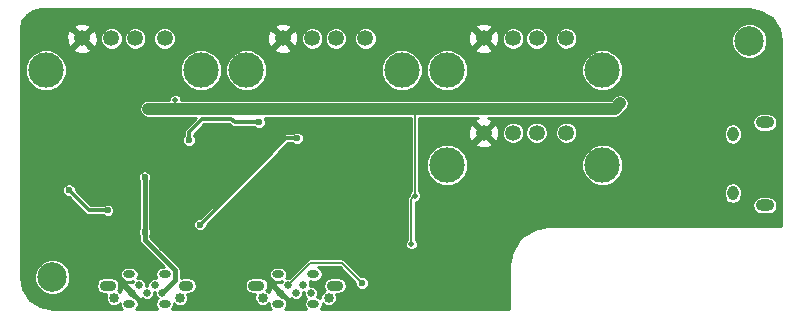
<source format=gbr>
G04 #@! TF.FileFunction,Copper,L2,Bot,Signal*
%FSLAX46Y46*%
G04 Gerber Fmt 4.6, Leading zero omitted, Abs format (unit mm)*
G04 Created by KiCad (PCBNEW (2015-07-04 BZR 5884, Git c1bbf3e)-product) date 08/02/2016 4:00:02 PM*
%MOMM*%
G01*
G04 APERTURE LIST*
%ADD10C,0.100000*%
%ADD11C,1.350000*%
%ADD12C,3.000000*%
%ADD13C,2.500000*%
%ADD14O,0.950000X1.250000*%
%ADD15O,1.550000X1.000000*%
%ADD16C,0.850000*%
%ADD17O,1.400000X0.900000*%
%ADD18O,1.200000X0.900000*%
%ADD19O,1.000000X0.700000*%
%ADD20C,0.650000*%
%ADD21C,0.600000*%
%ADD22C,0.500000*%
%ADD23C,0.890000*%
%ADD24C,0.400000*%
%ADD25C,0.200000*%
%ADD26C,1.000000*%
%ADD27C,0.250000*%
%ADD28C,0.300000*%
%ADD29C,0.254000*%
G04 APERTURE END LIST*
D10*
D11*
X105500000Y-76780000D03*
X112500000Y-76780000D03*
X110000000Y-76780000D03*
D12*
X102430000Y-79490000D03*
D11*
X108000000Y-76780000D03*
D12*
X115570000Y-79490000D03*
D11*
X122500000Y-76780000D03*
X129500000Y-76780000D03*
X127000000Y-76780000D03*
D12*
X119430000Y-79490000D03*
D11*
X125000000Y-76780000D03*
D12*
X132570000Y-79490000D03*
D11*
X139500000Y-76780000D03*
X146500000Y-76780000D03*
X144000000Y-76780000D03*
D12*
X136430000Y-79490000D03*
D11*
X142000000Y-76780000D03*
D12*
X149570000Y-79490000D03*
D11*
X139500000Y-84780000D03*
X146500000Y-84780000D03*
X144000000Y-84780000D03*
D12*
X136430000Y-87490000D03*
D11*
X142000000Y-84780000D03*
D12*
X149570000Y-87490000D03*
D13*
X103000000Y-97000000D03*
X162000000Y-77000000D03*
D14*
X160600000Y-89900000D03*
X160600000Y-84900000D03*
D15*
X163300000Y-90900000D03*
X163300000Y-83900000D03*
D16*
X113800000Y-98750000D03*
D17*
X107675000Y-97710000D03*
D18*
X114325000Y-97710000D03*
D19*
X112500000Y-96750000D03*
X112500000Y-99250000D03*
X109500000Y-96750000D03*
X109500000Y-99250000D03*
D20*
X112300000Y-98350000D03*
X111000000Y-98350000D03*
X111650000Y-97650000D03*
X110350000Y-97650000D03*
X109700000Y-98350000D03*
D16*
X108200000Y-98750000D03*
X126400000Y-98750000D03*
D17*
X120275000Y-97710000D03*
X126925000Y-97710000D03*
D19*
X125100000Y-96750000D03*
X125100000Y-99250000D03*
X122100000Y-96750000D03*
X122100000Y-99250000D03*
D20*
X124900000Y-98350000D03*
X123600000Y-98350000D03*
X124250000Y-97650000D03*
X122950000Y-97650000D03*
X122300000Y-98350000D03*
D16*
X120800000Y-98750000D03*
D21*
X110800000Y-93182924D03*
D22*
X133400000Y-94200000D03*
X133400000Y-94200000D03*
X133700000Y-90100000D03*
X133700000Y-90100000D03*
X130415897Y-82750000D03*
X113400000Y-82000000D03*
X113400000Y-82000000D03*
D23*
X145491534Y-82750000D03*
X128153041Y-82750000D03*
X111100000Y-82750000D03*
X111100000Y-82750000D03*
X151050000Y-82300000D03*
D21*
X110800000Y-88550000D03*
X110800000Y-88550000D03*
X128500000Y-92000000D03*
X130750000Y-91549990D03*
X136733584Y-92983584D03*
D22*
X137200000Y-94200000D03*
X137200000Y-94200000D03*
X129700000Y-90100000D03*
X129700000Y-90100000D03*
X130400000Y-87100000D03*
X130400000Y-87100000D03*
X117400000Y-81799990D03*
D21*
X162300000Y-86100000D03*
X158700000Y-84900000D03*
X158800000Y-86100000D03*
X123800000Y-92500000D03*
X123800000Y-92500000D03*
X122200000Y-93700000D03*
X122200000Y-93700000D03*
X140400000Y-91200000D03*
X140400000Y-91200000D03*
X141400000Y-79300000D03*
X141400000Y-79300000D03*
X104200000Y-81400000D03*
X104200000Y-81400000D03*
X106500000Y-82700000D03*
X106800000Y-87200000D03*
X106800000Y-87200000D03*
X106800000Y-86200000D03*
X113700000Y-95200000D03*
X112300000Y-94300000D03*
X127500000Y-87500000D03*
X123500000Y-79500000D03*
X114550000Y-85400000D03*
X120518000Y-83900000D03*
X123700000Y-85250000D03*
X123700000Y-85250000D03*
X115500000Y-92550000D03*
X129200000Y-97500000D03*
X129200000Y-97500000D03*
X104400000Y-89650000D03*
X104400000Y-89650000D03*
X107678496Y-91349990D03*
D24*
X111933002Y-94968998D02*
X110800000Y-93835996D01*
X110800000Y-93835996D02*
X110800000Y-93182924D01*
X111950382Y-94968998D02*
X111933002Y-94968998D01*
X113400010Y-96418626D02*
X111950382Y-94968998D01*
X113400010Y-97249990D02*
X113400010Y-96418626D01*
X112300000Y-98350000D02*
X113400010Y-97249990D01*
X110800000Y-93182924D02*
X110800000Y-88550000D01*
D25*
X133400000Y-94200000D02*
X133400000Y-90400000D01*
X133400000Y-90400000D02*
X133700000Y-90100000D01*
D26*
X145491534Y-82750000D02*
X133613789Y-82750000D01*
X133613789Y-82750000D02*
X132538511Y-82750000D01*
D25*
X133700000Y-90100000D02*
X133700000Y-82836211D01*
X133700000Y-82836211D02*
X133613789Y-82750000D01*
D26*
X132538511Y-82750000D02*
X130415897Y-82750000D01*
X130415897Y-82750000D02*
X128153041Y-82750000D01*
X128153041Y-82750000D02*
X113416679Y-82750000D01*
X113416679Y-82750000D02*
X111100000Y-82750000D01*
D25*
X113400000Y-82000000D02*
X113400000Y-82733321D01*
X113400000Y-82733321D02*
X113416679Y-82750000D01*
D26*
X150600000Y-82750000D02*
X145491534Y-82750000D01*
X151050000Y-82300000D02*
X150600000Y-82750000D01*
D27*
X130750000Y-91549990D02*
X128950010Y-91549990D01*
X128950010Y-91549990D02*
X128500000Y-92000000D01*
X137200000Y-94200000D02*
X137200000Y-93450000D01*
X137200000Y-93450000D02*
X136733584Y-92983584D01*
D24*
X158800000Y-86100000D02*
X158800000Y-85000000D01*
X158800000Y-85000000D02*
X158700000Y-84900000D01*
D25*
X123400000Y-92500000D02*
X123800000Y-92500000D01*
X122200000Y-93700000D02*
X123400000Y-92500000D01*
X106500000Y-82700000D02*
X105500000Y-82700000D01*
X105500000Y-82700000D02*
X104200000Y-81400000D01*
X106800000Y-86200000D02*
X106800000Y-87200000D01*
D28*
X115699990Y-83600010D02*
X114550000Y-84750000D01*
X114550000Y-84750000D02*
X114550000Y-85400000D01*
X118150000Y-83600010D02*
X115699990Y-83600010D01*
X118449990Y-83900000D02*
X118150000Y-83600010D01*
X120518000Y-83900000D02*
X118449990Y-83900000D01*
X115500000Y-92550000D02*
X122800000Y-85250000D01*
X122800000Y-85250000D02*
X123700000Y-85250000D01*
D25*
X129200000Y-97500000D02*
X127500000Y-95800000D01*
X127500000Y-95800000D02*
X124800000Y-95800000D01*
X124800000Y-95800000D02*
X123299999Y-97300001D01*
X123299999Y-97300001D02*
X122950000Y-97650000D01*
D28*
X107678496Y-91349990D02*
X106099990Y-91349990D01*
X106099990Y-91349990D02*
X104400000Y-89650000D01*
D29*
G36*
X163028264Y-74517548D02*
X163899985Y-75100015D01*
X164482451Y-75971735D01*
X164693000Y-77030237D01*
X164693000Y-92693000D01*
X145000000Y-92693000D01*
X144970344Y-92698899D01*
X144940108Y-92698899D01*
X143792057Y-92927260D01*
X143681390Y-92973100D01*
X142708120Y-93623419D01*
X142623419Y-93708120D01*
X141973102Y-94681387D01*
X141973100Y-94681389D01*
X141927260Y-94792057D01*
X141698899Y-95940107D01*
X141698899Y-95970344D01*
X141693000Y-96000000D01*
X141693000Y-99693000D01*
X125708816Y-99693000D01*
X125844494Y-99489943D01*
X125892222Y-99250000D01*
X125888491Y-99231243D01*
X126001830Y-99344780D01*
X126259751Y-99451878D01*
X126539024Y-99452122D01*
X126797132Y-99345474D01*
X126994780Y-99148170D01*
X127101878Y-98890249D01*
X127102122Y-98610976D01*
X127030237Y-98437000D01*
X127194141Y-98437000D01*
X127472352Y-98381660D01*
X127708208Y-98224067D01*
X127865801Y-97988211D01*
X127921141Y-97710000D01*
X127865801Y-97431789D01*
X127708208Y-97195933D01*
X127472352Y-97038340D01*
X127194141Y-96983000D01*
X126655859Y-96983000D01*
X126377648Y-97038340D01*
X126141792Y-97195933D01*
X125984199Y-97431789D01*
X125928859Y-97710000D01*
X125984199Y-97988211D01*
X126075323Y-98124588D01*
X126002868Y-98154526D01*
X125805220Y-98351830D01*
X125698122Y-98609751D01*
X125697956Y-98799547D01*
X125505165Y-98670728D01*
X125425258Y-98654833D01*
X125501895Y-98470271D01*
X125502104Y-98230780D01*
X125410648Y-98009440D01*
X125241451Y-97839947D01*
X125020271Y-97748105D01*
X124851914Y-97747958D01*
X124852104Y-97530780D01*
X124775470Y-97345311D01*
X124934778Y-97377000D01*
X125265222Y-97377000D01*
X125505165Y-97329272D01*
X125708578Y-97193356D01*
X125844494Y-96989943D01*
X125892222Y-96750000D01*
X125844494Y-96510057D01*
X125708578Y-96306644D01*
X125514552Y-96177000D01*
X127343842Y-96177000D01*
X128623038Y-97456196D01*
X128622900Y-97614269D01*
X128710558Y-97826417D01*
X128872729Y-97988871D01*
X129084724Y-98076900D01*
X129314269Y-98077100D01*
X129526417Y-97989442D01*
X129688871Y-97827271D01*
X129776900Y-97615276D01*
X129777100Y-97385731D01*
X129689442Y-97173583D01*
X129527271Y-97011129D01*
X129315276Y-96923100D01*
X129156119Y-96922961D01*
X127766579Y-95533421D01*
X127644272Y-95451697D01*
X127500000Y-95423000D01*
X124800000Y-95423000D01*
X124655728Y-95451697D01*
X124533421Y-95533421D01*
X123018782Y-97048060D01*
X122830780Y-97047896D01*
X122796233Y-97062170D01*
X122844494Y-96989943D01*
X122892222Y-96750000D01*
X122844494Y-96510057D01*
X122708578Y-96306644D01*
X122505165Y-96170728D01*
X122265222Y-96123000D01*
X121934778Y-96123000D01*
X121694835Y-96170728D01*
X121491422Y-96306644D01*
X121355506Y-96510057D01*
X121307778Y-96750000D01*
X121355506Y-96989943D01*
X121491422Y-97193356D01*
X121694835Y-97329272D01*
X121934778Y-97377000D01*
X122265222Y-97377000D01*
X122424696Y-97345278D01*
X122410691Y-97379005D01*
X122403076Y-97376634D01*
X122022738Y-97411283D01*
X121832279Y-97490173D01*
X121816930Y-97687325D01*
X122300000Y-98170395D01*
X122314143Y-98156253D01*
X122493748Y-98335858D01*
X122479605Y-98350000D01*
X122962675Y-98833070D01*
X123159827Y-98817721D01*
X123173252Y-98774606D01*
X123258549Y-98860053D01*
X123479729Y-98951895D01*
X123719220Y-98952104D01*
X123940560Y-98860648D01*
X124110053Y-98691451D01*
X124201895Y-98470271D01*
X124202086Y-98251958D01*
X124298086Y-98252042D01*
X124297896Y-98469220D01*
X124389352Y-98690560D01*
X124499707Y-98801108D01*
X124491422Y-98806644D01*
X124355506Y-99010057D01*
X124307778Y-99250000D01*
X124355506Y-99489943D01*
X124491184Y-99693000D01*
X122708816Y-99693000D01*
X122844494Y-99489943D01*
X122892222Y-99250000D01*
X122844494Y-99010057D01*
X122708578Y-98806644D01*
X122505165Y-98670728D01*
X122425221Y-98654826D01*
X122300000Y-98529605D01*
X122285858Y-98543748D01*
X122106253Y-98364143D01*
X122120395Y-98350000D01*
X121637325Y-97866930D01*
X121440173Y-97882279D01*
X121326634Y-98246924D01*
X121330342Y-98287622D01*
X121198170Y-98155220D01*
X121124617Y-98124678D01*
X121215801Y-97988211D01*
X121271141Y-97710000D01*
X121215801Y-97431789D01*
X121058208Y-97195933D01*
X120822352Y-97038340D01*
X120544141Y-96983000D01*
X120005859Y-96983000D01*
X119727648Y-97038340D01*
X119491792Y-97195933D01*
X119334199Y-97431789D01*
X119278859Y-97710000D01*
X119334199Y-97988211D01*
X119491792Y-98224067D01*
X119727648Y-98381660D01*
X120005859Y-98437000D01*
X120169854Y-98437000D01*
X120098122Y-98609751D01*
X120097878Y-98889024D01*
X120204526Y-99147132D01*
X120401830Y-99344780D01*
X120659751Y-99451878D01*
X120939024Y-99452122D01*
X121197132Y-99345474D01*
X121311496Y-99231309D01*
X121307778Y-99250000D01*
X121355506Y-99489943D01*
X121491184Y-99693000D01*
X113108816Y-99693000D01*
X113244494Y-99489943D01*
X113292222Y-99250000D01*
X113288491Y-99231243D01*
X113401830Y-99344780D01*
X113659751Y-99451878D01*
X113939024Y-99452122D01*
X114197132Y-99345474D01*
X114394780Y-99148170D01*
X114501878Y-98890249D01*
X114502122Y-98610976D01*
X114430237Y-98437000D01*
X114492181Y-98437000D01*
X114770392Y-98381660D01*
X115006248Y-98224067D01*
X115163841Y-97988211D01*
X115219181Y-97710000D01*
X115163841Y-97431789D01*
X115006248Y-97195933D01*
X114770392Y-97038340D01*
X114492181Y-96983000D01*
X114157819Y-96983000D01*
X113879608Y-97038340D01*
X113877010Y-97040076D01*
X113877010Y-96418626D01*
X113840701Y-96236086D01*
X113737300Y-96081336D01*
X112287672Y-94631708D01*
X112235294Y-94596710D01*
X111277000Y-93638416D01*
X111277000Y-93522045D01*
X111288871Y-93510195D01*
X111376900Y-93298200D01*
X111377100Y-93068655D01*
X111289442Y-92856507D01*
X111277000Y-92844043D01*
X111277000Y-88889121D01*
X111288871Y-88877271D01*
X111376900Y-88665276D01*
X111377100Y-88435731D01*
X111289442Y-88223583D01*
X111127271Y-88061129D01*
X110915276Y-87973100D01*
X110685731Y-87972900D01*
X110473583Y-88060558D01*
X110311129Y-88222729D01*
X110223100Y-88434724D01*
X110222900Y-88664269D01*
X110310558Y-88876417D01*
X110323000Y-88888881D01*
X110323000Y-92843803D01*
X110311129Y-92855653D01*
X110223100Y-93067648D01*
X110222900Y-93297193D01*
X110310558Y-93509341D01*
X110323000Y-93521805D01*
X110323000Y-93835996D01*
X110359309Y-94018536D01*
X110462710Y-94173286D01*
X111595712Y-95306288D01*
X111648090Y-95341286D01*
X112429804Y-96123000D01*
X112334778Y-96123000D01*
X112094835Y-96170728D01*
X111891422Y-96306644D01*
X111755506Y-96510057D01*
X111707778Y-96750000D01*
X111755506Y-96989943D01*
X111803622Y-97061953D01*
X111770271Y-97048105D01*
X111530780Y-97047896D01*
X111309440Y-97139352D01*
X111139947Y-97308549D01*
X111048105Y-97529729D01*
X111047914Y-97748042D01*
X110951914Y-97747958D01*
X110952104Y-97530780D01*
X110860648Y-97309440D01*
X110691451Y-97139947D01*
X110470271Y-97048105D01*
X110230780Y-97047896D01*
X110196233Y-97062170D01*
X110244494Y-96989943D01*
X110292222Y-96750000D01*
X110244494Y-96510057D01*
X110108578Y-96306644D01*
X109905165Y-96170728D01*
X109665222Y-96123000D01*
X109334778Y-96123000D01*
X109094835Y-96170728D01*
X108891422Y-96306644D01*
X108755506Y-96510057D01*
X108707778Y-96750000D01*
X108755506Y-96989943D01*
X108891422Y-97193356D01*
X109094835Y-97329272D01*
X109334778Y-97377000D01*
X109665222Y-97377000D01*
X109824696Y-97345278D01*
X109810691Y-97379005D01*
X109803076Y-97376634D01*
X109422738Y-97411283D01*
X109232279Y-97490173D01*
X109216930Y-97687325D01*
X109700000Y-98170395D01*
X109714143Y-98156253D01*
X109893748Y-98335858D01*
X109879605Y-98350000D01*
X110362675Y-98833070D01*
X110559827Y-98817721D01*
X110573252Y-98774606D01*
X110658549Y-98860053D01*
X110879729Y-98951895D01*
X111119220Y-98952104D01*
X111340560Y-98860648D01*
X111510053Y-98691451D01*
X111601895Y-98470271D01*
X111602086Y-98251958D01*
X111698086Y-98252042D01*
X111697896Y-98469220D01*
X111789352Y-98690560D01*
X111899707Y-98801108D01*
X111891422Y-98806644D01*
X111755506Y-99010057D01*
X111707778Y-99250000D01*
X111755506Y-99489943D01*
X111891184Y-99693000D01*
X110108816Y-99693000D01*
X110244494Y-99489943D01*
X110292222Y-99250000D01*
X110244494Y-99010057D01*
X110108578Y-98806644D01*
X109905165Y-98670728D01*
X109825221Y-98654826D01*
X109700000Y-98529605D01*
X109685858Y-98543748D01*
X109506253Y-98364143D01*
X109520395Y-98350000D01*
X109037325Y-97866930D01*
X108840173Y-97882279D01*
X108726634Y-98246924D01*
X108730342Y-98287622D01*
X108598170Y-98155220D01*
X108524617Y-98124678D01*
X108615801Y-97988211D01*
X108671141Y-97710000D01*
X108615801Y-97431789D01*
X108458208Y-97195933D01*
X108222352Y-97038340D01*
X107944141Y-96983000D01*
X107405859Y-96983000D01*
X107127648Y-97038340D01*
X106891792Y-97195933D01*
X106734199Y-97431789D01*
X106678859Y-97710000D01*
X106734199Y-97988211D01*
X106891792Y-98224067D01*
X107127648Y-98381660D01*
X107405859Y-98437000D01*
X107569854Y-98437000D01*
X107498122Y-98609751D01*
X107497878Y-98889024D01*
X107604526Y-99147132D01*
X107801830Y-99344780D01*
X108059751Y-99451878D01*
X108339024Y-99452122D01*
X108597132Y-99345474D01*
X108711496Y-99231309D01*
X108707778Y-99250000D01*
X108755506Y-99489943D01*
X108891184Y-99693000D01*
X103030237Y-99693000D01*
X101971735Y-99482451D01*
X101100015Y-98899985D01*
X100517548Y-98028264D01*
X100307000Y-96969763D01*
X100307000Y-95704717D01*
X102136154Y-95704717D01*
X101706227Y-96133894D01*
X101473265Y-96694928D01*
X101472735Y-97302407D01*
X101704717Y-97863846D01*
X102133894Y-98293773D01*
X102694928Y-98526735D01*
X103302407Y-98527265D01*
X103863846Y-98295283D01*
X104293773Y-97866106D01*
X104526735Y-97305072D01*
X104527265Y-96697593D01*
X104295283Y-96136154D01*
X103866106Y-95706227D01*
X103305072Y-95473265D01*
X102697593Y-95472735D01*
X102136154Y-95704717D01*
X100307000Y-95704717D01*
X100307000Y-89160558D01*
X104073583Y-89160558D01*
X103911129Y-89322729D01*
X103823100Y-89534724D01*
X103822900Y-89764269D01*
X103910558Y-89976417D01*
X104072729Y-90138871D01*
X104284724Y-90226900D01*
X104373107Y-90226977D01*
X105798055Y-91651925D01*
X105936584Y-91744487D01*
X106099990Y-91776991D01*
X106099995Y-91776990D01*
X107289462Y-91776990D01*
X107351225Y-91838861D01*
X107563220Y-91926890D01*
X107792765Y-91927090D01*
X108004913Y-91839432D01*
X108167367Y-91677261D01*
X108255396Y-91465266D01*
X108255596Y-91235721D01*
X108167938Y-91023573D01*
X108005767Y-90861119D01*
X107793772Y-90773090D01*
X107564227Y-90772890D01*
X107352079Y-90860548D01*
X107289528Y-90922990D01*
X106276860Y-90922990D01*
X104977024Y-89623154D01*
X104977100Y-89535731D01*
X104889442Y-89323583D01*
X104727271Y-89161129D01*
X104515276Y-89073100D01*
X104285731Y-89072900D01*
X104073583Y-89160558D01*
X100307000Y-89160558D01*
X100307000Y-81552970D01*
X113101868Y-81552970D01*
X112953491Y-81701088D01*
X112873091Y-81894713D01*
X112873023Y-81973000D01*
X111100000Y-81973000D01*
X110802655Y-82032146D01*
X110550578Y-82200578D01*
X110382146Y-82452655D01*
X110323000Y-82750000D01*
X110382146Y-83047345D01*
X110550578Y-83299422D01*
X110802655Y-83467854D01*
X111100000Y-83527000D01*
X115169131Y-83527000D01*
X114248065Y-84448065D01*
X114155503Y-84586594D01*
X114122999Y-84750000D01*
X114123000Y-84750005D01*
X114123000Y-85010966D01*
X114061129Y-85072729D01*
X113973100Y-85284724D01*
X113972900Y-85514269D01*
X114060558Y-85726417D01*
X114222729Y-85888871D01*
X114434724Y-85976900D01*
X114664269Y-85977100D01*
X114876417Y-85889442D01*
X115038871Y-85727271D01*
X115126900Y-85515276D01*
X115127100Y-85285731D01*
X115039442Y-85073583D01*
X114977000Y-85011032D01*
X114977000Y-84926870D01*
X115143311Y-84760558D01*
X123373583Y-84760558D01*
X123311032Y-84823000D01*
X122800005Y-84823000D01*
X122800000Y-84822999D01*
X122636594Y-84855503D01*
X122498065Y-84948065D01*
X115473154Y-91972976D01*
X115385731Y-91972900D01*
X115173583Y-92060558D01*
X115011129Y-92222729D01*
X114923100Y-92434724D01*
X114922900Y-92664269D01*
X115010558Y-92876417D01*
X115172729Y-93038871D01*
X115384724Y-93126900D01*
X115614269Y-93127100D01*
X115826417Y-93039442D01*
X115988871Y-92877271D01*
X116076900Y-92665276D01*
X116076977Y-92576893D01*
X122976870Y-85677000D01*
X123310966Y-85677000D01*
X123372729Y-85738871D01*
X123584724Y-85826900D01*
X123814269Y-85827100D01*
X124026417Y-85739442D01*
X124188871Y-85577271D01*
X124276900Y-85365276D01*
X124277100Y-85135731D01*
X124189442Y-84923583D01*
X124027271Y-84761129D01*
X123815276Y-84673100D01*
X123585731Y-84672900D01*
X123373583Y-84760558D01*
X115143311Y-84760558D01*
X115876859Y-84027010D01*
X117973130Y-84027010D01*
X118148055Y-84201935D01*
X118286584Y-84294497D01*
X118449990Y-84327001D01*
X118449995Y-84327000D01*
X120128966Y-84327000D01*
X120190729Y-84388871D01*
X120402724Y-84476900D01*
X120632269Y-84477100D01*
X120844417Y-84389442D01*
X121006871Y-84227271D01*
X121094900Y-84015276D01*
X121095100Y-83785731D01*
X121007442Y-83573583D01*
X120960940Y-83527000D01*
X133323000Y-83527000D01*
X133323000Y-89731700D01*
X133253491Y-89801088D01*
X133173091Y-89994713D01*
X133173004Y-90093838D01*
X133133421Y-90133421D01*
X133051697Y-90255728D01*
X133023000Y-90400000D01*
X133023000Y-93831700D01*
X132953491Y-93901088D01*
X132873091Y-94094713D01*
X132872908Y-94304367D01*
X132952970Y-94498132D01*
X133101088Y-94646509D01*
X133294713Y-94726909D01*
X133504367Y-94727092D01*
X133698132Y-94647030D01*
X133846509Y-94498912D01*
X133926909Y-94305287D01*
X133927092Y-94095633D01*
X133847030Y-93901868D01*
X133777000Y-93831716D01*
X133777000Y-90900000D01*
X162227390Y-90900000D01*
X162286536Y-91197345D01*
X162454968Y-91449422D01*
X162707045Y-91617854D01*
X163004390Y-91677000D01*
X163595610Y-91677000D01*
X163892955Y-91617854D01*
X164145032Y-91449422D01*
X164313464Y-91197345D01*
X164372610Y-90900000D01*
X164313464Y-90602655D01*
X164145032Y-90350578D01*
X163892955Y-90182146D01*
X163595610Y-90123000D01*
X163004390Y-90123000D01*
X161340994Y-90123000D01*
X161352000Y-90067671D01*
X161352000Y-89732329D01*
X161294757Y-89444551D01*
X161131744Y-89200585D01*
X160887778Y-89037572D01*
X160600000Y-88980329D01*
X160312222Y-89037572D01*
X160068256Y-89200585D01*
X159905243Y-89444551D01*
X159848000Y-89732329D01*
X159848000Y-90067671D01*
X159905243Y-90355449D01*
X160068256Y-90599415D01*
X160312222Y-90762428D01*
X160600000Y-90819671D01*
X160887778Y-90762428D01*
X161131744Y-90599415D01*
X161294757Y-90355449D01*
X161340994Y-90123000D01*
X163004390Y-90123000D01*
X161340994Y-90123000D01*
X161340994Y-90123000D01*
X163004390Y-90123000D01*
X162707045Y-90182146D01*
X162454968Y-90350578D01*
X162286536Y-90602655D01*
X162227390Y-90900000D01*
X133777000Y-90900000D01*
X133777000Y-90627068D01*
X133804367Y-90627092D01*
X133998132Y-90547030D01*
X134146509Y-90398912D01*
X134226909Y-90205287D01*
X134227092Y-89995633D01*
X134147030Y-89801868D01*
X134077000Y-89731716D01*
X134077000Y-85982655D01*
X135424726Y-85982655D01*
X134924412Y-86482096D01*
X134653310Y-87134982D01*
X134652693Y-87841916D01*
X134922655Y-88495274D01*
X135422096Y-88995588D01*
X136074982Y-89266690D01*
X136781916Y-89267307D01*
X137435274Y-88997345D01*
X137935588Y-88497904D01*
X138206690Y-87845018D01*
X138207307Y-87138084D01*
X137937345Y-86484726D01*
X137934720Y-86482096D01*
X148064412Y-86482096D01*
X147793310Y-87134982D01*
X147792693Y-87841916D01*
X148062655Y-88495274D01*
X148562096Y-88995588D01*
X149214982Y-89266690D01*
X149921916Y-89267307D01*
X150575274Y-88997345D01*
X151075588Y-88497904D01*
X151346690Y-87845018D01*
X151347307Y-87138084D01*
X151077345Y-86484726D01*
X150577904Y-85984412D01*
X150043308Y-85762428D01*
X160312222Y-85762428D01*
X160600000Y-85819671D01*
X160887778Y-85762428D01*
X161131744Y-85599415D01*
X161294757Y-85355449D01*
X161352000Y-85067671D01*
X161352000Y-84732329D01*
X161294757Y-84444551D01*
X161131744Y-84200585D01*
X160887778Y-84037572D01*
X160600000Y-83980329D01*
X160312222Y-84037572D01*
X147104025Y-84037572D01*
X147039969Y-83973404D01*
X146690195Y-83828165D01*
X146311466Y-83827835D01*
X145961440Y-83972463D01*
X145693404Y-84240031D01*
X145548165Y-84589805D01*
X145547835Y-84968534D01*
X145692463Y-85318560D01*
X145960031Y-85586596D01*
X146309805Y-85731835D01*
X146688534Y-85732165D01*
X147038560Y-85587537D01*
X147306596Y-85319969D01*
X147451835Y-84970195D01*
X147452165Y-84591466D01*
X147307537Y-84241440D01*
X147104025Y-84037572D01*
X160312222Y-84037572D01*
X147104025Y-84037572D01*
X147104025Y-84037572D01*
X160312222Y-84037572D01*
X160068256Y-84200585D01*
X159905243Y-84444551D01*
X159848000Y-84732329D01*
X159848000Y-85067671D01*
X159905243Y-85355449D01*
X160068256Y-85599415D01*
X160312222Y-85762428D01*
X150043308Y-85762428D01*
X149925018Y-85713310D01*
X149218084Y-85712693D01*
X148564726Y-85982655D01*
X140052452Y-85982655D01*
X140178781Y-85930328D01*
X140237542Y-85697147D01*
X140057937Y-85517542D01*
X140417147Y-85517542D01*
X140650328Y-85458781D01*
X140822522Y-84966900D01*
X140793375Y-84446566D01*
X140650328Y-84101219D01*
X140417147Y-84042458D01*
X139679605Y-84780000D01*
X139320395Y-84780000D01*
X139320395Y-84780000D01*
X138582853Y-84042458D01*
X138349672Y-84101219D01*
X138177478Y-84593100D01*
X138206625Y-85113434D01*
X138349672Y-85458781D01*
X138582853Y-85517542D01*
X139320395Y-84780000D01*
X139679605Y-84780000D01*
X139320395Y-84780000D01*
X139320395Y-84780000D01*
X139679605Y-84780000D01*
X140417147Y-85517542D01*
X140057937Y-85517542D01*
X139500000Y-84959605D01*
X138762458Y-85697147D01*
X138821219Y-85930328D01*
X139313100Y-86102522D01*
X139833434Y-86073375D01*
X140052452Y-85982655D01*
X148564726Y-85982655D01*
X140052452Y-85982655D01*
X140052452Y-85982655D01*
X148564726Y-85982655D01*
X148064412Y-86482096D01*
X137934720Y-86482096D01*
X137437904Y-85984412D01*
X136785018Y-85713310D01*
X136078084Y-85712693D01*
X135424726Y-85982655D01*
X134077000Y-85982655D01*
X134077000Y-83527000D01*
X139069092Y-83527000D01*
X138821219Y-83629672D01*
X138762458Y-83862853D01*
X139500000Y-84600395D01*
X140127932Y-83972463D01*
X141461440Y-83972463D01*
X141193404Y-84240031D01*
X141048165Y-84589805D01*
X141047835Y-84968534D01*
X141192463Y-85318560D01*
X141460031Y-85586596D01*
X141809805Y-85731835D01*
X142188534Y-85732165D01*
X142538560Y-85587537D01*
X142806596Y-85319969D01*
X142951835Y-84970195D01*
X142952165Y-84591466D01*
X142807537Y-84241440D01*
X142539969Y-83973404D01*
X142537703Y-83972463D01*
X143461440Y-83972463D01*
X143193404Y-84240031D01*
X143048165Y-84589805D01*
X143047835Y-84968534D01*
X143192463Y-85318560D01*
X143460031Y-85586596D01*
X143809805Y-85731835D01*
X144188534Y-85732165D01*
X144538560Y-85587537D01*
X144806596Y-85319969D01*
X144951835Y-84970195D01*
X144952165Y-84591466D01*
X144807537Y-84241440D01*
X144539969Y-83973404D01*
X144190195Y-83828165D01*
X143811466Y-83827835D01*
X143461440Y-83972463D01*
X142537703Y-83972463D01*
X142190195Y-83828165D01*
X141811466Y-83827835D01*
X141461440Y-83972463D01*
X140127932Y-83972463D01*
X140237542Y-83862853D01*
X140178781Y-83629672D01*
X139885493Y-83527000D01*
X150600000Y-83527000D01*
X150897345Y-83467854D01*
X151149422Y-83299422D01*
X151325844Y-83123000D01*
X163004390Y-83123000D01*
X162707045Y-83182146D01*
X162454968Y-83350578D01*
X162286536Y-83602655D01*
X162227390Y-83900000D01*
X162286536Y-84197345D01*
X162454968Y-84449422D01*
X162707045Y-84617854D01*
X163004390Y-84677000D01*
X163595610Y-84677000D01*
X163892955Y-84617854D01*
X164145032Y-84449422D01*
X164313464Y-84197345D01*
X164372610Y-83900000D01*
X164313464Y-83602655D01*
X164145032Y-83350578D01*
X163892955Y-83182146D01*
X163595610Y-83123000D01*
X163004390Y-83123000D01*
X151325844Y-83123000D01*
X151599422Y-82849422D01*
X151767854Y-82597345D01*
X151827000Y-82300000D01*
X151767854Y-82002655D01*
X151599422Y-81750578D01*
X151347345Y-81582146D01*
X151050000Y-81523000D01*
X150752655Y-81582146D01*
X150500578Y-81750578D01*
X150278156Y-81973000D01*
X113927024Y-81973000D01*
X113927092Y-81895633D01*
X113847030Y-81701868D01*
X113698912Y-81553491D01*
X113505287Y-81473091D01*
X113295633Y-81472908D01*
X113101868Y-81552970D01*
X100307000Y-81552970D01*
X100307000Y-77982655D01*
X101424726Y-77982655D01*
X100924412Y-78482096D01*
X100653310Y-79134982D01*
X100652693Y-79841916D01*
X100922655Y-80495274D01*
X101422096Y-80995588D01*
X102074982Y-81266690D01*
X102781916Y-81267307D01*
X103435274Y-80997345D01*
X103935588Y-80497904D01*
X104206690Y-79845018D01*
X104207307Y-79138084D01*
X103937345Y-78484726D01*
X103934720Y-78482096D01*
X114064412Y-78482096D01*
X113793310Y-79134982D01*
X113792693Y-79841916D01*
X114062655Y-80495274D01*
X114562096Y-80995588D01*
X115214982Y-81266690D01*
X115921916Y-81267307D01*
X116575274Y-80997345D01*
X117075588Y-80497904D01*
X117346690Y-79845018D01*
X117347307Y-79138084D01*
X117077345Y-78484726D01*
X116577904Y-77984412D01*
X116573673Y-77982655D01*
X118424726Y-77982655D01*
X117924412Y-78482096D01*
X117653310Y-79134982D01*
X117652693Y-79841916D01*
X117922655Y-80495274D01*
X118422096Y-80995588D01*
X119074982Y-81266690D01*
X119781916Y-81267307D01*
X120435274Y-80997345D01*
X120935588Y-80497904D01*
X121206690Y-79845018D01*
X121207307Y-79138084D01*
X120937345Y-78484726D01*
X120934720Y-78482096D01*
X131064412Y-78482096D01*
X130793310Y-79134982D01*
X130792693Y-79841916D01*
X131062655Y-80495274D01*
X131562096Y-80995588D01*
X132214982Y-81266690D01*
X132921916Y-81267307D01*
X133575274Y-80997345D01*
X134075588Y-80497904D01*
X134346690Y-79845018D01*
X134347307Y-79138084D01*
X134077345Y-78484726D01*
X133577904Y-77984412D01*
X133573673Y-77982655D01*
X135424726Y-77982655D01*
X134924412Y-78482096D01*
X134653310Y-79134982D01*
X134652693Y-79841916D01*
X134922655Y-80495274D01*
X135422096Y-80995588D01*
X136074982Y-81266690D01*
X136781916Y-81267307D01*
X137435274Y-80997345D01*
X137935588Y-80497904D01*
X138206690Y-79845018D01*
X138207307Y-79138084D01*
X137937345Y-78484726D01*
X137934720Y-78482096D01*
X148064412Y-78482096D01*
X137934720Y-78482096D01*
X137934720Y-78482096D01*
X148064412Y-78482096D01*
X147793310Y-79134982D01*
X147792693Y-79841916D01*
X148062655Y-80495274D01*
X148562096Y-80995588D01*
X149214982Y-81266690D01*
X149921916Y-81267307D01*
X150575274Y-80997345D01*
X151075588Y-80497904D01*
X151346690Y-79845018D01*
X151347307Y-79138084D01*
X151077345Y-78484726D01*
X150577904Y-77984412D01*
X149925018Y-77713310D01*
X149218084Y-77712693D01*
X146735659Y-77712693D01*
X147038560Y-77587537D01*
X147306596Y-77319969D01*
X147451835Y-76970195D01*
X147452165Y-76591466D01*
X147307537Y-76241440D01*
X147200179Y-76133894D01*
X160706227Y-76133894D01*
X160473265Y-76694928D01*
X160472735Y-77302407D01*
X160704717Y-77863846D01*
X161133894Y-78293773D01*
X161694928Y-78526735D01*
X162302407Y-78527265D01*
X162863846Y-78295283D01*
X163293773Y-77866106D01*
X163526735Y-77305072D01*
X163527265Y-76697593D01*
X163295283Y-76136154D01*
X162866106Y-75706227D01*
X162305072Y-75473265D01*
X161697593Y-75472735D01*
X161136154Y-75704717D01*
X140197693Y-75704717D01*
X140178781Y-75629672D01*
X139686900Y-75457478D01*
X139166566Y-75486625D01*
X138821219Y-75629672D01*
X138762458Y-75862853D01*
X139500000Y-76600395D01*
X140127932Y-75972463D01*
X141461440Y-75972463D01*
X141193404Y-76240031D01*
X141048165Y-76589805D01*
X141047835Y-76968534D01*
X141192463Y-77318560D01*
X141460031Y-77586596D01*
X141809805Y-77731835D01*
X142188534Y-77732165D01*
X142538560Y-77587537D01*
X142806596Y-77319969D01*
X142951835Y-76970195D01*
X142952165Y-76591466D01*
X142807537Y-76241440D01*
X142539969Y-75973404D01*
X142537703Y-75972463D01*
X143461440Y-75972463D01*
X142537703Y-75972463D01*
X142537703Y-75972463D01*
X143461440Y-75972463D01*
X143193404Y-76240031D01*
X143048165Y-76589805D01*
X143047835Y-76968534D01*
X143192463Y-77318560D01*
X143460031Y-77586596D01*
X143809805Y-77731835D01*
X144188534Y-77732165D01*
X144538560Y-77587537D01*
X144806596Y-77319969D01*
X144951835Y-76970195D01*
X144952165Y-76591466D01*
X144807537Y-76241440D01*
X144539969Y-75973404D01*
X144190195Y-75828165D01*
X143811466Y-75827835D01*
X143461440Y-75972463D01*
X142537703Y-75972463D01*
X142190195Y-75828165D01*
X141811466Y-75827835D01*
X141461440Y-75972463D01*
X140127932Y-75972463D01*
X140237542Y-75862853D01*
X140197693Y-75704717D01*
X161136154Y-75704717D01*
X140197693Y-75704717D01*
X140197693Y-75704717D01*
X161136154Y-75704717D01*
X160706227Y-76133894D01*
X147200179Y-76133894D01*
X147039969Y-75973404D01*
X146690195Y-75828165D01*
X146311466Y-75827835D01*
X145961440Y-75972463D01*
X145693404Y-76240031D01*
X145548165Y-76589805D01*
X145547835Y-76968534D01*
X145692463Y-77318560D01*
X145960031Y-77586596D01*
X146309805Y-77731835D01*
X146688534Y-77732165D01*
X146735659Y-77712693D01*
X149218084Y-77712693D01*
X146735659Y-77712693D01*
X146735659Y-77712693D01*
X149218084Y-77712693D01*
X148564726Y-77982655D01*
X140052452Y-77982655D01*
X140178781Y-77930328D01*
X140237542Y-77697147D01*
X140057937Y-77517542D01*
X140417147Y-77517542D01*
X140650328Y-77458781D01*
X140822522Y-76966900D01*
X140793375Y-76446566D01*
X140650328Y-76101219D01*
X140417147Y-76042458D01*
X139679605Y-76780000D01*
X139320395Y-76780000D01*
X139320395Y-76780000D01*
X138582853Y-76042458D01*
X138349672Y-76101219D01*
X138177478Y-76593100D01*
X138206625Y-77113434D01*
X138349672Y-77458781D01*
X138582853Y-77517542D01*
X139320395Y-76780000D01*
X139679605Y-76780000D01*
X139320395Y-76780000D01*
X139320395Y-76780000D01*
X139679605Y-76780000D01*
X140417147Y-77517542D01*
X140057937Y-77517542D01*
X139500000Y-76959605D01*
X138762458Y-77697147D01*
X138821219Y-77930328D01*
X139313100Y-78102522D01*
X139833434Y-78073375D01*
X140052452Y-77982655D01*
X148564726Y-77982655D01*
X140052452Y-77982655D01*
X140052452Y-77982655D01*
X148564726Y-77982655D01*
X148064412Y-78482096D01*
X137934720Y-78482096D01*
X137437904Y-77984412D01*
X136785018Y-77713310D01*
X136078084Y-77712693D01*
X135424726Y-77982655D01*
X133573673Y-77982655D01*
X132925018Y-77713310D01*
X132218084Y-77712693D01*
X131564726Y-77982655D01*
X123052452Y-77982655D01*
X123178781Y-77930328D01*
X123237542Y-77697147D01*
X123126991Y-77586596D01*
X124460031Y-77586596D01*
X124809805Y-77731835D01*
X125188534Y-77732165D01*
X125538560Y-77587537D01*
X125806596Y-77319969D01*
X125951835Y-76970195D01*
X125952165Y-76591466D01*
X125807537Y-76241440D01*
X125539969Y-75973404D01*
X125537703Y-75972463D01*
X126461440Y-75972463D01*
X126193404Y-76240031D01*
X126048165Y-76589805D01*
X126047835Y-76968534D01*
X126192463Y-77318560D01*
X126460031Y-77586596D01*
X126809805Y-77731835D01*
X127188534Y-77732165D01*
X127538560Y-77587537D01*
X127806596Y-77319969D01*
X127951835Y-76970195D01*
X127952165Y-76591466D01*
X127807537Y-76241440D01*
X127539969Y-75973404D01*
X127537703Y-75972463D01*
X128961440Y-75972463D01*
X128693404Y-76240031D01*
X128548165Y-76589805D01*
X128547835Y-76968534D01*
X128692463Y-77318560D01*
X128960031Y-77586596D01*
X129309805Y-77731835D01*
X129688534Y-77732165D01*
X130038560Y-77587537D01*
X130306596Y-77319969D01*
X130451835Y-76970195D01*
X130452165Y-76591466D01*
X130307537Y-76241440D01*
X130039969Y-75973404D01*
X129690195Y-75828165D01*
X129311466Y-75827835D01*
X128961440Y-75972463D01*
X127537703Y-75972463D01*
X127190195Y-75828165D01*
X126811466Y-75827835D01*
X126461440Y-75972463D01*
X125537703Y-75972463D01*
X125190195Y-75828165D01*
X124811466Y-75827835D01*
X124461440Y-75972463D01*
X123127932Y-75972463D01*
X123237542Y-75862853D01*
X123178781Y-75629672D01*
X122686900Y-75457478D01*
X122166566Y-75486625D01*
X121821219Y-75629672D01*
X121762458Y-75862853D01*
X122500000Y-76600395D01*
X123127932Y-75972463D01*
X124461440Y-75972463D01*
X123127932Y-75972463D01*
X123127932Y-75972463D01*
X124461440Y-75972463D01*
X124193404Y-76240031D01*
X123707826Y-76240031D01*
X123650328Y-76101219D01*
X123417147Y-76042458D01*
X122679605Y-76780000D01*
X123417147Y-77517542D01*
X123650328Y-77458781D01*
X123822522Y-76966900D01*
X123793375Y-76446566D01*
X123707826Y-76240031D01*
X124193404Y-76240031D01*
X123707826Y-76240031D01*
X123707826Y-76240031D01*
X124193404Y-76240031D01*
X124048165Y-76589805D01*
X124047835Y-76968534D01*
X124192463Y-77318560D01*
X124460031Y-77586596D01*
X123126991Y-77586596D01*
X122500000Y-76959605D01*
X121762458Y-77697147D01*
X121821219Y-77930328D01*
X122313100Y-78102522D01*
X122833434Y-78073375D01*
X123052452Y-77982655D01*
X131564726Y-77982655D01*
X123052452Y-77982655D01*
X123052452Y-77982655D01*
X131564726Y-77982655D01*
X131064412Y-78482096D01*
X120934720Y-78482096D01*
X120437904Y-77984412D01*
X119785018Y-77713310D01*
X119078084Y-77712693D01*
X118424726Y-77982655D01*
X116573673Y-77982655D01*
X115925018Y-77713310D01*
X115218084Y-77712693D01*
X114564726Y-77982655D01*
X106052452Y-77982655D01*
X106178781Y-77930328D01*
X106237542Y-77697147D01*
X106126991Y-77586596D01*
X107460031Y-77586596D01*
X107809805Y-77731835D01*
X108188534Y-77732165D01*
X108538560Y-77587537D01*
X108806596Y-77319969D01*
X108951835Y-76970195D01*
X108952165Y-76591466D01*
X108807537Y-76241440D01*
X108539969Y-75973404D01*
X108537703Y-75972463D01*
X109461440Y-75972463D01*
X109193404Y-76240031D01*
X109048165Y-76589805D01*
X109047835Y-76968534D01*
X109192463Y-77318560D01*
X109460031Y-77586596D01*
X109809805Y-77731835D01*
X110188534Y-77732165D01*
X110538560Y-77587537D01*
X110806596Y-77319969D01*
X110951835Y-76970195D01*
X110952165Y-76591466D01*
X110807537Y-76241440D01*
X110539969Y-75973404D01*
X110537703Y-75972463D01*
X111961440Y-75972463D01*
X110537703Y-75972463D01*
X110537703Y-75972463D01*
X111961440Y-75972463D01*
X111693404Y-76240031D01*
X111548165Y-76589805D01*
X111547835Y-76968534D01*
X111692463Y-77318560D01*
X111960031Y-77586596D01*
X112309805Y-77731835D01*
X112688534Y-77732165D01*
X113038560Y-77587537D01*
X113306596Y-77319969D01*
X113451835Y-76970195D01*
X113452165Y-76591466D01*
X113307537Y-76241440D01*
X113167561Y-76101219D01*
X121349672Y-76101219D01*
X121177478Y-76593100D01*
X121206625Y-77113434D01*
X121349672Y-77458781D01*
X121582853Y-77517542D01*
X122320395Y-76780000D01*
X121582853Y-76042458D01*
X121349672Y-76101219D01*
X113167561Y-76101219D01*
X113039969Y-75973404D01*
X112690195Y-75828165D01*
X112311466Y-75827835D01*
X111961440Y-75972463D01*
X110537703Y-75972463D01*
X110190195Y-75828165D01*
X109811466Y-75827835D01*
X109461440Y-75972463D01*
X108537703Y-75972463D01*
X108190195Y-75828165D01*
X107811466Y-75827835D01*
X107461440Y-75972463D01*
X106127932Y-75972463D01*
X106237542Y-75862853D01*
X106178781Y-75629672D01*
X105686900Y-75457478D01*
X105166566Y-75486625D01*
X104821219Y-75629672D01*
X104762458Y-75862853D01*
X105500000Y-76600395D01*
X106127932Y-75972463D01*
X107461440Y-75972463D01*
X106127932Y-75972463D01*
X106127932Y-75972463D01*
X107461440Y-75972463D01*
X107193404Y-76240031D01*
X106707826Y-76240031D01*
X106650328Y-76101219D01*
X106417147Y-76042458D01*
X105679605Y-76780000D01*
X106417147Y-77517542D01*
X106650328Y-77458781D01*
X106822522Y-76966900D01*
X106793375Y-76446566D01*
X106707826Y-76240031D01*
X107193404Y-76240031D01*
X106707826Y-76240031D01*
X106707826Y-76240031D01*
X107193404Y-76240031D01*
X107048165Y-76589805D01*
X107047835Y-76968534D01*
X107192463Y-77318560D01*
X107460031Y-77586596D01*
X106126991Y-77586596D01*
X105500000Y-76959605D01*
X104762458Y-77697147D01*
X104821219Y-77930328D01*
X105313100Y-78102522D01*
X105833434Y-78073375D01*
X106052452Y-77982655D01*
X114564726Y-77982655D01*
X106052452Y-77982655D01*
X106052452Y-77982655D01*
X114564726Y-77982655D01*
X114064412Y-78482096D01*
X103934720Y-78482096D01*
X103437904Y-77984412D01*
X102785018Y-77713310D01*
X102078084Y-77712693D01*
X101424726Y-77982655D01*
X100307000Y-77982655D01*
X100307000Y-76101219D01*
X104349672Y-76101219D01*
X104177478Y-76593100D01*
X104206625Y-77113434D01*
X104349672Y-77458781D01*
X104582853Y-77517542D01*
X105320395Y-76780000D01*
X104582853Y-76042458D01*
X104349672Y-76101219D01*
X100307000Y-76101219D01*
X100307000Y-76030237D01*
X100441429Y-75354418D01*
X100807121Y-74807121D01*
X101354418Y-74441429D01*
X102030236Y-74307000D01*
X161969763Y-74307000D01*
X163028264Y-74517548D01*
X163028264Y-74517548D01*
G37*
X163028264Y-74517548D02*
X163899985Y-75100015D01*
X164482451Y-75971735D01*
X164693000Y-77030237D01*
X164693000Y-92693000D01*
X145000000Y-92693000D01*
X144970344Y-92698899D01*
X144940108Y-92698899D01*
X143792057Y-92927260D01*
X143681390Y-92973100D01*
X142708120Y-93623419D01*
X142623419Y-93708120D01*
X141973102Y-94681387D01*
X141973100Y-94681389D01*
X141927260Y-94792057D01*
X141698899Y-95940107D01*
X141698899Y-95970344D01*
X141693000Y-96000000D01*
X141693000Y-99693000D01*
X125708816Y-99693000D01*
X125844494Y-99489943D01*
X125892222Y-99250000D01*
X125888491Y-99231243D01*
X126001830Y-99344780D01*
X126259751Y-99451878D01*
X126539024Y-99452122D01*
X126797132Y-99345474D01*
X126994780Y-99148170D01*
X127101878Y-98890249D01*
X127102122Y-98610976D01*
X127030237Y-98437000D01*
X127194141Y-98437000D01*
X127472352Y-98381660D01*
X127708208Y-98224067D01*
X127865801Y-97988211D01*
X127921141Y-97710000D01*
X127865801Y-97431789D01*
X127708208Y-97195933D01*
X127472352Y-97038340D01*
X127194141Y-96983000D01*
X126655859Y-96983000D01*
X126377648Y-97038340D01*
X126141792Y-97195933D01*
X125984199Y-97431789D01*
X125928859Y-97710000D01*
X125984199Y-97988211D01*
X126075323Y-98124588D01*
X126002868Y-98154526D01*
X125805220Y-98351830D01*
X125698122Y-98609751D01*
X125697956Y-98799547D01*
X125505165Y-98670728D01*
X125425258Y-98654833D01*
X125501895Y-98470271D01*
X125502104Y-98230780D01*
X125410648Y-98009440D01*
X125241451Y-97839947D01*
X125020271Y-97748105D01*
X124851914Y-97747958D01*
X124852104Y-97530780D01*
X124775470Y-97345311D01*
X124934778Y-97377000D01*
X125265222Y-97377000D01*
X125505165Y-97329272D01*
X125708578Y-97193356D01*
X125844494Y-96989943D01*
X125892222Y-96750000D01*
X125844494Y-96510057D01*
X125708578Y-96306644D01*
X125514552Y-96177000D01*
X127343842Y-96177000D01*
X128623038Y-97456196D01*
X128622900Y-97614269D01*
X128710558Y-97826417D01*
X128872729Y-97988871D01*
X129084724Y-98076900D01*
X129314269Y-98077100D01*
X129526417Y-97989442D01*
X129688871Y-97827271D01*
X129776900Y-97615276D01*
X129777100Y-97385731D01*
X129689442Y-97173583D01*
X129527271Y-97011129D01*
X129315276Y-96923100D01*
X129156119Y-96922961D01*
X127766579Y-95533421D01*
X127644272Y-95451697D01*
X127500000Y-95423000D01*
X124800000Y-95423000D01*
X124655728Y-95451697D01*
X124533421Y-95533421D01*
X123018782Y-97048060D01*
X122830780Y-97047896D01*
X122796233Y-97062170D01*
X122844494Y-96989943D01*
X122892222Y-96750000D01*
X122844494Y-96510057D01*
X122708578Y-96306644D01*
X122505165Y-96170728D01*
X122265222Y-96123000D01*
X121934778Y-96123000D01*
X121694835Y-96170728D01*
X121491422Y-96306644D01*
X121355506Y-96510057D01*
X121307778Y-96750000D01*
X121355506Y-96989943D01*
X121491422Y-97193356D01*
X121694835Y-97329272D01*
X121934778Y-97377000D01*
X122265222Y-97377000D01*
X122424696Y-97345278D01*
X122410691Y-97379005D01*
X122403076Y-97376634D01*
X122022738Y-97411283D01*
X121832279Y-97490173D01*
X121816930Y-97687325D01*
X122300000Y-98170395D01*
X122314143Y-98156253D01*
X122493748Y-98335858D01*
X122479605Y-98350000D01*
X122962675Y-98833070D01*
X123159827Y-98817721D01*
X123173252Y-98774606D01*
X123258549Y-98860053D01*
X123479729Y-98951895D01*
X123719220Y-98952104D01*
X123940560Y-98860648D01*
X124110053Y-98691451D01*
X124201895Y-98470271D01*
X124202086Y-98251958D01*
X124298086Y-98252042D01*
X124297896Y-98469220D01*
X124389352Y-98690560D01*
X124499707Y-98801108D01*
X124491422Y-98806644D01*
X124355506Y-99010057D01*
X124307778Y-99250000D01*
X124355506Y-99489943D01*
X124491184Y-99693000D01*
X122708816Y-99693000D01*
X122844494Y-99489943D01*
X122892222Y-99250000D01*
X122844494Y-99010057D01*
X122708578Y-98806644D01*
X122505165Y-98670728D01*
X122425221Y-98654826D01*
X122300000Y-98529605D01*
X122285858Y-98543748D01*
X122106253Y-98364143D01*
X122120395Y-98350000D01*
X121637325Y-97866930D01*
X121440173Y-97882279D01*
X121326634Y-98246924D01*
X121330342Y-98287622D01*
X121198170Y-98155220D01*
X121124617Y-98124678D01*
X121215801Y-97988211D01*
X121271141Y-97710000D01*
X121215801Y-97431789D01*
X121058208Y-97195933D01*
X120822352Y-97038340D01*
X120544141Y-96983000D01*
X120005859Y-96983000D01*
X119727648Y-97038340D01*
X119491792Y-97195933D01*
X119334199Y-97431789D01*
X119278859Y-97710000D01*
X119334199Y-97988211D01*
X119491792Y-98224067D01*
X119727648Y-98381660D01*
X120005859Y-98437000D01*
X120169854Y-98437000D01*
X120098122Y-98609751D01*
X120097878Y-98889024D01*
X120204526Y-99147132D01*
X120401830Y-99344780D01*
X120659751Y-99451878D01*
X120939024Y-99452122D01*
X121197132Y-99345474D01*
X121311496Y-99231309D01*
X121307778Y-99250000D01*
X121355506Y-99489943D01*
X121491184Y-99693000D01*
X113108816Y-99693000D01*
X113244494Y-99489943D01*
X113292222Y-99250000D01*
X113288491Y-99231243D01*
X113401830Y-99344780D01*
X113659751Y-99451878D01*
X113939024Y-99452122D01*
X114197132Y-99345474D01*
X114394780Y-99148170D01*
X114501878Y-98890249D01*
X114502122Y-98610976D01*
X114430237Y-98437000D01*
X114492181Y-98437000D01*
X114770392Y-98381660D01*
X115006248Y-98224067D01*
X115163841Y-97988211D01*
X115219181Y-97710000D01*
X115163841Y-97431789D01*
X115006248Y-97195933D01*
X114770392Y-97038340D01*
X114492181Y-96983000D01*
X114157819Y-96983000D01*
X113879608Y-97038340D01*
X113877010Y-97040076D01*
X113877010Y-96418626D01*
X113840701Y-96236086D01*
X113737300Y-96081336D01*
X112287672Y-94631708D01*
X112235294Y-94596710D01*
X111277000Y-93638416D01*
X111277000Y-93522045D01*
X111288871Y-93510195D01*
X111376900Y-93298200D01*
X111377100Y-93068655D01*
X111289442Y-92856507D01*
X111277000Y-92844043D01*
X111277000Y-88889121D01*
X111288871Y-88877271D01*
X111376900Y-88665276D01*
X111377100Y-88435731D01*
X111289442Y-88223583D01*
X111127271Y-88061129D01*
X110915276Y-87973100D01*
X110685731Y-87972900D01*
X110473583Y-88060558D01*
X110311129Y-88222729D01*
X110223100Y-88434724D01*
X110222900Y-88664269D01*
X110310558Y-88876417D01*
X110323000Y-88888881D01*
X110323000Y-92843803D01*
X110311129Y-92855653D01*
X110223100Y-93067648D01*
X110222900Y-93297193D01*
X110310558Y-93509341D01*
X110323000Y-93521805D01*
X110323000Y-93835996D01*
X110359309Y-94018536D01*
X110462710Y-94173286D01*
X111595712Y-95306288D01*
X111648090Y-95341286D01*
X112429804Y-96123000D01*
X112334778Y-96123000D01*
X112094835Y-96170728D01*
X111891422Y-96306644D01*
X111755506Y-96510057D01*
X111707778Y-96750000D01*
X111755506Y-96989943D01*
X111803622Y-97061953D01*
X111770271Y-97048105D01*
X111530780Y-97047896D01*
X111309440Y-97139352D01*
X111139947Y-97308549D01*
X111048105Y-97529729D01*
X111047914Y-97748042D01*
X110951914Y-97747958D01*
X110952104Y-97530780D01*
X110860648Y-97309440D01*
X110691451Y-97139947D01*
X110470271Y-97048105D01*
X110230780Y-97047896D01*
X110196233Y-97062170D01*
X110244494Y-96989943D01*
X110292222Y-96750000D01*
X110244494Y-96510057D01*
X110108578Y-96306644D01*
X109905165Y-96170728D01*
X109665222Y-96123000D01*
X109334778Y-96123000D01*
X109094835Y-96170728D01*
X108891422Y-96306644D01*
X108755506Y-96510057D01*
X108707778Y-96750000D01*
X108755506Y-96989943D01*
X108891422Y-97193356D01*
X109094835Y-97329272D01*
X109334778Y-97377000D01*
X109665222Y-97377000D01*
X109824696Y-97345278D01*
X109810691Y-97379005D01*
X109803076Y-97376634D01*
X109422738Y-97411283D01*
X109232279Y-97490173D01*
X109216930Y-97687325D01*
X109700000Y-98170395D01*
X109714143Y-98156253D01*
X109893748Y-98335858D01*
X109879605Y-98350000D01*
X110362675Y-98833070D01*
X110559827Y-98817721D01*
X110573252Y-98774606D01*
X110658549Y-98860053D01*
X110879729Y-98951895D01*
X111119220Y-98952104D01*
X111340560Y-98860648D01*
X111510053Y-98691451D01*
X111601895Y-98470271D01*
X111602086Y-98251958D01*
X111698086Y-98252042D01*
X111697896Y-98469220D01*
X111789352Y-98690560D01*
X111899707Y-98801108D01*
X111891422Y-98806644D01*
X111755506Y-99010057D01*
X111707778Y-99250000D01*
X111755506Y-99489943D01*
X111891184Y-99693000D01*
X110108816Y-99693000D01*
X110244494Y-99489943D01*
X110292222Y-99250000D01*
X110244494Y-99010057D01*
X110108578Y-98806644D01*
X109905165Y-98670728D01*
X109825221Y-98654826D01*
X109700000Y-98529605D01*
X109685858Y-98543748D01*
X109506253Y-98364143D01*
X109520395Y-98350000D01*
X109037325Y-97866930D01*
X108840173Y-97882279D01*
X108726634Y-98246924D01*
X108730342Y-98287622D01*
X108598170Y-98155220D01*
X108524617Y-98124678D01*
X108615801Y-97988211D01*
X108671141Y-97710000D01*
X108615801Y-97431789D01*
X108458208Y-97195933D01*
X108222352Y-97038340D01*
X107944141Y-96983000D01*
X107405859Y-96983000D01*
X107127648Y-97038340D01*
X106891792Y-97195933D01*
X106734199Y-97431789D01*
X106678859Y-97710000D01*
X106734199Y-97988211D01*
X106891792Y-98224067D01*
X107127648Y-98381660D01*
X107405859Y-98437000D01*
X107569854Y-98437000D01*
X107498122Y-98609751D01*
X107497878Y-98889024D01*
X107604526Y-99147132D01*
X107801830Y-99344780D01*
X108059751Y-99451878D01*
X108339024Y-99452122D01*
X108597132Y-99345474D01*
X108711496Y-99231309D01*
X108707778Y-99250000D01*
X108755506Y-99489943D01*
X108891184Y-99693000D01*
X103030237Y-99693000D01*
X101971735Y-99482451D01*
X101100015Y-98899985D01*
X100517548Y-98028264D01*
X100307000Y-96969763D01*
X100307000Y-95704717D01*
X102136154Y-95704717D01*
X101706227Y-96133894D01*
X101473265Y-96694928D01*
X101472735Y-97302407D01*
X101704717Y-97863846D01*
X102133894Y-98293773D01*
X102694928Y-98526735D01*
X103302407Y-98527265D01*
X103863846Y-98295283D01*
X104293773Y-97866106D01*
X104526735Y-97305072D01*
X104527265Y-96697593D01*
X104295283Y-96136154D01*
X103866106Y-95706227D01*
X103305072Y-95473265D01*
X102697593Y-95472735D01*
X102136154Y-95704717D01*
X100307000Y-95704717D01*
X100307000Y-89160558D01*
X104073583Y-89160558D01*
X103911129Y-89322729D01*
X103823100Y-89534724D01*
X103822900Y-89764269D01*
X103910558Y-89976417D01*
X104072729Y-90138871D01*
X104284724Y-90226900D01*
X104373107Y-90226977D01*
X105798055Y-91651925D01*
X105936584Y-91744487D01*
X106099990Y-91776991D01*
X106099995Y-91776990D01*
X107289462Y-91776990D01*
X107351225Y-91838861D01*
X107563220Y-91926890D01*
X107792765Y-91927090D01*
X108004913Y-91839432D01*
X108167367Y-91677261D01*
X108255396Y-91465266D01*
X108255596Y-91235721D01*
X108167938Y-91023573D01*
X108005767Y-90861119D01*
X107793772Y-90773090D01*
X107564227Y-90772890D01*
X107352079Y-90860548D01*
X107289528Y-90922990D01*
X106276860Y-90922990D01*
X104977024Y-89623154D01*
X104977100Y-89535731D01*
X104889442Y-89323583D01*
X104727271Y-89161129D01*
X104515276Y-89073100D01*
X104285731Y-89072900D01*
X104073583Y-89160558D01*
X100307000Y-89160558D01*
X100307000Y-81552970D01*
X113101868Y-81552970D01*
X112953491Y-81701088D01*
X112873091Y-81894713D01*
X112873023Y-81973000D01*
X111100000Y-81973000D01*
X110802655Y-82032146D01*
X110550578Y-82200578D01*
X110382146Y-82452655D01*
X110323000Y-82750000D01*
X110382146Y-83047345D01*
X110550578Y-83299422D01*
X110802655Y-83467854D01*
X111100000Y-83527000D01*
X115169131Y-83527000D01*
X114248065Y-84448065D01*
X114155503Y-84586594D01*
X114122999Y-84750000D01*
X114123000Y-84750005D01*
X114123000Y-85010966D01*
X114061129Y-85072729D01*
X113973100Y-85284724D01*
X113972900Y-85514269D01*
X114060558Y-85726417D01*
X114222729Y-85888871D01*
X114434724Y-85976900D01*
X114664269Y-85977100D01*
X114876417Y-85889442D01*
X115038871Y-85727271D01*
X115126900Y-85515276D01*
X115127100Y-85285731D01*
X115039442Y-85073583D01*
X114977000Y-85011032D01*
X114977000Y-84926870D01*
X115143311Y-84760558D01*
X123373583Y-84760558D01*
X123311032Y-84823000D01*
X122800005Y-84823000D01*
X122800000Y-84822999D01*
X122636594Y-84855503D01*
X122498065Y-84948065D01*
X115473154Y-91972976D01*
X115385731Y-91972900D01*
X115173583Y-92060558D01*
X115011129Y-92222729D01*
X114923100Y-92434724D01*
X114922900Y-92664269D01*
X115010558Y-92876417D01*
X115172729Y-93038871D01*
X115384724Y-93126900D01*
X115614269Y-93127100D01*
X115826417Y-93039442D01*
X115988871Y-92877271D01*
X116076900Y-92665276D01*
X116076977Y-92576893D01*
X122976870Y-85677000D01*
X123310966Y-85677000D01*
X123372729Y-85738871D01*
X123584724Y-85826900D01*
X123814269Y-85827100D01*
X124026417Y-85739442D01*
X124188871Y-85577271D01*
X124276900Y-85365276D01*
X124277100Y-85135731D01*
X124189442Y-84923583D01*
X124027271Y-84761129D01*
X123815276Y-84673100D01*
X123585731Y-84672900D01*
X123373583Y-84760558D01*
X115143311Y-84760558D01*
X115876859Y-84027010D01*
X117973130Y-84027010D01*
X118148055Y-84201935D01*
X118286584Y-84294497D01*
X118449990Y-84327001D01*
X118449995Y-84327000D01*
X120128966Y-84327000D01*
X120190729Y-84388871D01*
X120402724Y-84476900D01*
X120632269Y-84477100D01*
X120844417Y-84389442D01*
X121006871Y-84227271D01*
X121094900Y-84015276D01*
X121095100Y-83785731D01*
X121007442Y-83573583D01*
X120960940Y-83527000D01*
X133323000Y-83527000D01*
X133323000Y-89731700D01*
X133253491Y-89801088D01*
X133173091Y-89994713D01*
X133173004Y-90093838D01*
X133133421Y-90133421D01*
X133051697Y-90255728D01*
X133023000Y-90400000D01*
X133023000Y-93831700D01*
X132953491Y-93901088D01*
X132873091Y-94094713D01*
X132872908Y-94304367D01*
X132952970Y-94498132D01*
X133101088Y-94646509D01*
X133294713Y-94726909D01*
X133504367Y-94727092D01*
X133698132Y-94647030D01*
X133846509Y-94498912D01*
X133926909Y-94305287D01*
X133927092Y-94095633D01*
X133847030Y-93901868D01*
X133777000Y-93831716D01*
X133777000Y-90900000D01*
X162227390Y-90900000D01*
X162286536Y-91197345D01*
X162454968Y-91449422D01*
X162707045Y-91617854D01*
X163004390Y-91677000D01*
X163595610Y-91677000D01*
X163892955Y-91617854D01*
X164145032Y-91449422D01*
X164313464Y-91197345D01*
X164372610Y-90900000D01*
X164313464Y-90602655D01*
X164145032Y-90350578D01*
X163892955Y-90182146D01*
X163595610Y-90123000D01*
X163004390Y-90123000D01*
X161340994Y-90123000D01*
X161352000Y-90067671D01*
X161352000Y-89732329D01*
X161294757Y-89444551D01*
X161131744Y-89200585D01*
X160887778Y-89037572D01*
X160600000Y-88980329D01*
X160312222Y-89037572D01*
X160068256Y-89200585D01*
X159905243Y-89444551D01*
X159848000Y-89732329D01*
X159848000Y-90067671D01*
X159905243Y-90355449D01*
X160068256Y-90599415D01*
X160312222Y-90762428D01*
X160600000Y-90819671D01*
X160887778Y-90762428D01*
X161131744Y-90599415D01*
X161294757Y-90355449D01*
X161340994Y-90123000D01*
X163004390Y-90123000D01*
X161340994Y-90123000D01*
X161340994Y-90123000D01*
X163004390Y-90123000D01*
X162707045Y-90182146D01*
X162454968Y-90350578D01*
X162286536Y-90602655D01*
X162227390Y-90900000D01*
X133777000Y-90900000D01*
X133777000Y-90627068D01*
X133804367Y-90627092D01*
X133998132Y-90547030D01*
X134146509Y-90398912D01*
X134226909Y-90205287D01*
X134227092Y-89995633D01*
X134147030Y-89801868D01*
X134077000Y-89731716D01*
X134077000Y-85982655D01*
X135424726Y-85982655D01*
X134924412Y-86482096D01*
X134653310Y-87134982D01*
X134652693Y-87841916D01*
X134922655Y-88495274D01*
X135422096Y-88995588D01*
X136074982Y-89266690D01*
X136781916Y-89267307D01*
X137435274Y-88997345D01*
X137935588Y-88497904D01*
X138206690Y-87845018D01*
X138207307Y-87138084D01*
X137937345Y-86484726D01*
X137934720Y-86482096D01*
X148064412Y-86482096D01*
X147793310Y-87134982D01*
X147792693Y-87841916D01*
X148062655Y-88495274D01*
X148562096Y-88995588D01*
X149214982Y-89266690D01*
X149921916Y-89267307D01*
X150575274Y-88997345D01*
X151075588Y-88497904D01*
X151346690Y-87845018D01*
X151347307Y-87138084D01*
X151077345Y-86484726D01*
X150577904Y-85984412D01*
X150043308Y-85762428D01*
X160312222Y-85762428D01*
X160600000Y-85819671D01*
X160887778Y-85762428D01*
X161131744Y-85599415D01*
X161294757Y-85355449D01*
X161352000Y-85067671D01*
X161352000Y-84732329D01*
X161294757Y-84444551D01*
X161131744Y-84200585D01*
X160887778Y-84037572D01*
X160600000Y-83980329D01*
X160312222Y-84037572D01*
X147104025Y-84037572D01*
X147039969Y-83973404D01*
X146690195Y-83828165D01*
X146311466Y-83827835D01*
X145961440Y-83972463D01*
X145693404Y-84240031D01*
X145548165Y-84589805D01*
X145547835Y-84968534D01*
X145692463Y-85318560D01*
X145960031Y-85586596D01*
X146309805Y-85731835D01*
X146688534Y-85732165D01*
X147038560Y-85587537D01*
X147306596Y-85319969D01*
X147451835Y-84970195D01*
X147452165Y-84591466D01*
X147307537Y-84241440D01*
X147104025Y-84037572D01*
X160312222Y-84037572D01*
X147104025Y-84037572D01*
X147104025Y-84037572D01*
X160312222Y-84037572D01*
X160068256Y-84200585D01*
X159905243Y-84444551D01*
X159848000Y-84732329D01*
X159848000Y-85067671D01*
X159905243Y-85355449D01*
X160068256Y-85599415D01*
X160312222Y-85762428D01*
X150043308Y-85762428D01*
X149925018Y-85713310D01*
X149218084Y-85712693D01*
X148564726Y-85982655D01*
X140052452Y-85982655D01*
X140178781Y-85930328D01*
X140237542Y-85697147D01*
X140057937Y-85517542D01*
X140417147Y-85517542D01*
X140650328Y-85458781D01*
X140822522Y-84966900D01*
X140793375Y-84446566D01*
X140650328Y-84101219D01*
X140417147Y-84042458D01*
X139679605Y-84780000D01*
X139320395Y-84780000D01*
X139320395Y-84780000D01*
X138582853Y-84042458D01*
X138349672Y-84101219D01*
X138177478Y-84593100D01*
X138206625Y-85113434D01*
X138349672Y-85458781D01*
X138582853Y-85517542D01*
X139320395Y-84780000D01*
X139679605Y-84780000D01*
X139320395Y-84780000D01*
X139320395Y-84780000D01*
X139679605Y-84780000D01*
X140417147Y-85517542D01*
X140057937Y-85517542D01*
X139500000Y-84959605D01*
X138762458Y-85697147D01*
X138821219Y-85930328D01*
X139313100Y-86102522D01*
X139833434Y-86073375D01*
X140052452Y-85982655D01*
X148564726Y-85982655D01*
X140052452Y-85982655D01*
X140052452Y-85982655D01*
X148564726Y-85982655D01*
X148064412Y-86482096D01*
X137934720Y-86482096D01*
X137437904Y-85984412D01*
X136785018Y-85713310D01*
X136078084Y-85712693D01*
X135424726Y-85982655D01*
X134077000Y-85982655D01*
X134077000Y-83527000D01*
X139069092Y-83527000D01*
X138821219Y-83629672D01*
X138762458Y-83862853D01*
X139500000Y-84600395D01*
X140127932Y-83972463D01*
X141461440Y-83972463D01*
X141193404Y-84240031D01*
X141048165Y-84589805D01*
X141047835Y-84968534D01*
X141192463Y-85318560D01*
X141460031Y-85586596D01*
X141809805Y-85731835D01*
X142188534Y-85732165D01*
X142538560Y-85587537D01*
X142806596Y-85319969D01*
X142951835Y-84970195D01*
X142952165Y-84591466D01*
X142807537Y-84241440D01*
X142539969Y-83973404D01*
X142537703Y-83972463D01*
X143461440Y-83972463D01*
X143193404Y-84240031D01*
X143048165Y-84589805D01*
X143047835Y-84968534D01*
X143192463Y-85318560D01*
X143460031Y-85586596D01*
X143809805Y-85731835D01*
X144188534Y-85732165D01*
X144538560Y-85587537D01*
X144806596Y-85319969D01*
X144951835Y-84970195D01*
X144952165Y-84591466D01*
X144807537Y-84241440D01*
X144539969Y-83973404D01*
X144190195Y-83828165D01*
X143811466Y-83827835D01*
X143461440Y-83972463D01*
X142537703Y-83972463D01*
X142190195Y-83828165D01*
X141811466Y-83827835D01*
X141461440Y-83972463D01*
X140127932Y-83972463D01*
X140237542Y-83862853D01*
X140178781Y-83629672D01*
X139885493Y-83527000D01*
X150600000Y-83527000D01*
X150897345Y-83467854D01*
X151149422Y-83299422D01*
X151325844Y-83123000D01*
X163004390Y-83123000D01*
X162707045Y-83182146D01*
X162454968Y-83350578D01*
X162286536Y-83602655D01*
X162227390Y-83900000D01*
X162286536Y-84197345D01*
X162454968Y-84449422D01*
X162707045Y-84617854D01*
X163004390Y-84677000D01*
X163595610Y-84677000D01*
X163892955Y-84617854D01*
X164145032Y-84449422D01*
X164313464Y-84197345D01*
X164372610Y-83900000D01*
X164313464Y-83602655D01*
X164145032Y-83350578D01*
X163892955Y-83182146D01*
X163595610Y-83123000D01*
X163004390Y-83123000D01*
X151325844Y-83123000D01*
X151599422Y-82849422D01*
X151767854Y-82597345D01*
X151827000Y-82300000D01*
X151767854Y-82002655D01*
X151599422Y-81750578D01*
X151347345Y-81582146D01*
X151050000Y-81523000D01*
X150752655Y-81582146D01*
X150500578Y-81750578D01*
X150278156Y-81973000D01*
X113927024Y-81973000D01*
X113927092Y-81895633D01*
X113847030Y-81701868D01*
X113698912Y-81553491D01*
X113505287Y-81473091D01*
X113295633Y-81472908D01*
X113101868Y-81552970D01*
X100307000Y-81552970D01*
X100307000Y-77982655D01*
X101424726Y-77982655D01*
X100924412Y-78482096D01*
X100653310Y-79134982D01*
X100652693Y-79841916D01*
X100922655Y-80495274D01*
X101422096Y-80995588D01*
X102074982Y-81266690D01*
X102781916Y-81267307D01*
X103435274Y-80997345D01*
X103935588Y-80497904D01*
X104206690Y-79845018D01*
X104207307Y-79138084D01*
X103937345Y-78484726D01*
X103934720Y-78482096D01*
X114064412Y-78482096D01*
X113793310Y-79134982D01*
X113792693Y-79841916D01*
X114062655Y-80495274D01*
X114562096Y-80995588D01*
X115214982Y-81266690D01*
X115921916Y-81267307D01*
X116575274Y-80997345D01*
X117075588Y-80497904D01*
X117346690Y-79845018D01*
X117347307Y-79138084D01*
X117077345Y-78484726D01*
X116577904Y-77984412D01*
X116573673Y-77982655D01*
X118424726Y-77982655D01*
X117924412Y-78482096D01*
X117653310Y-79134982D01*
X117652693Y-79841916D01*
X117922655Y-80495274D01*
X118422096Y-80995588D01*
X119074982Y-81266690D01*
X119781916Y-81267307D01*
X120435274Y-80997345D01*
X120935588Y-80497904D01*
X121206690Y-79845018D01*
X121207307Y-79138084D01*
X120937345Y-78484726D01*
X120934720Y-78482096D01*
X131064412Y-78482096D01*
X130793310Y-79134982D01*
X130792693Y-79841916D01*
X131062655Y-80495274D01*
X131562096Y-80995588D01*
X132214982Y-81266690D01*
X132921916Y-81267307D01*
X133575274Y-80997345D01*
X134075588Y-80497904D01*
X134346690Y-79845018D01*
X134347307Y-79138084D01*
X134077345Y-78484726D01*
X133577904Y-77984412D01*
X133573673Y-77982655D01*
X135424726Y-77982655D01*
X134924412Y-78482096D01*
X134653310Y-79134982D01*
X134652693Y-79841916D01*
X134922655Y-80495274D01*
X135422096Y-80995588D01*
X136074982Y-81266690D01*
X136781916Y-81267307D01*
X137435274Y-80997345D01*
X137935588Y-80497904D01*
X138206690Y-79845018D01*
X138207307Y-79138084D01*
X137937345Y-78484726D01*
X137934720Y-78482096D01*
X148064412Y-78482096D01*
X137934720Y-78482096D01*
X137934720Y-78482096D01*
X148064412Y-78482096D01*
X147793310Y-79134982D01*
X147792693Y-79841916D01*
X148062655Y-80495274D01*
X148562096Y-80995588D01*
X149214982Y-81266690D01*
X149921916Y-81267307D01*
X150575274Y-80997345D01*
X151075588Y-80497904D01*
X151346690Y-79845018D01*
X151347307Y-79138084D01*
X151077345Y-78484726D01*
X150577904Y-77984412D01*
X149925018Y-77713310D01*
X149218084Y-77712693D01*
X146735659Y-77712693D01*
X147038560Y-77587537D01*
X147306596Y-77319969D01*
X147451835Y-76970195D01*
X147452165Y-76591466D01*
X147307537Y-76241440D01*
X147200179Y-76133894D01*
X160706227Y-76133894D01*
X160473265Y-76694928D01*
X160472735Y-77302407D01*
X160704717Y-77863846D01*
X161133894Y-78293773D01*
X161694928Y-78526735D01*
X162302407Y-78527265D01*
X162863846Y-78295283D01*
X163293773Y-77866106D01*
X163526735Y-77305072D01*
X163527265Y-76697593D01*
X163295283Y-76136154D01*
X162866106Y-75706227D01*
X162305072Y-75473265D01*
X161697593Y-75472735D01*
X161136154Y-75704717D01*
X140197693Y-75704717D01*
X140178781Y-75629672D01*
X139686900Y-75457478D01*
X139166566Y-75486625D01*
X138821219Y-75629672D01*
X138762458Y-75862853D01*
X139500000Y-76600395D01*
X140127932Y-75972463D01*
X141461440Y-75972463D01*
X141193404Y-76240031D01*
X141048165Y-76589805D01*
X141047835Y-76968534D01*
X141192463Y-77318560D01*
X141460031Y-77586596D01*
X141809805Y-77731835D01*
X142188534Y-77732165D01*
X142538560Y-77587537D01*
X142806596Y-77319969D01*
X142951835Y-76970195D01*
X142952165Y-76591466D01*
X142807537Y-76241440D01*
X142539969Y-75973404D01*
X142537703Y-75972463D01*
X143461440Y-75972463D01*
X142537703Y-75972463D01*
X142537703Y-75972463D01*
X143461440Y-75972463D01*
X143193404Y-76240031D01*
X143048165Y-76589805D01*
X143047835Y-76968534D01*
X143192463Y-77318560D01*
X143460031Y-77586596D01*
X143809805Y-77731835D01*
X144188534Y-77732165D01*
X144538560Y-77587537D01*
X144806596Y-77319969D01*
X144951835Y-76970195D01*
X144952165Y-76591466D01*
X144807537Y-76241440D01*
X144539969Y-75973404D01*
X144190195Y-75828165D01*
X143811466Y-75827835D01*
X143461440Y-75972463D01*
X142537703Y-75972463D01*
X142190195Y-75828165D01*
X141811466Y-75827835D01*
X141461440Y-75972463D01*
X140127932Y-75972463D01*
X140237542Y-75862853D01*
X140197693Y-75704717D01*
X161136154Y-75704717D01*
X140197693Y-75704717D01*
X140197693Y-75704717D01*
X161136154Y-75704717D01*
X160706227Y-76133894D01*
X147200179Y-76133894D01*
X147039969Y-75973404D01*
X146690195Y-75828165D01*
X146311466Y-75827835D01*
X145961440Y-75972463D01*
X145693404Y-76240031D01*
X145548165Y-76589805D01*
X145547835Y-76968534D01*
X145692463Y-77318560D01*
X145960031Y-77586596D01*
X146309805Y-77731835D01*
X146688534Y-77732165D01*
X146735659Y-77712693D01*
X149218084Y-77712693D01*
X146735659Y-77712693D01*
X146735659Y-77712693D01*
X149218084Y-77712693D01*
X148564726Y-77982655D01*
X140052452Y-77982655D01*
X140178781Y-77930328D01*
X140237542Y-77697147D01*
X140057937Y-77517542D01*
X140417147Y-77517542D01*
X140650328Y-77458781D01*
X140822522Y-76966900D01*
X140793375Y-76446566D01*
X140650328Y-76101219D01*
X140417147Y-76042458D01*
X139679605Y-76780000D01*
X139320395Y-76780000D01*
X139320395Y-76780000D01*
X138582853Y-76042458D01*
X138349672Y-76101219D01*
X138177478Y-76593100D01*
X138206625Y-77113434D01*
X138349672Y-77458781D01*
X138582853Y-77517542D01*
X139320395Y-76780000D01*
X139679605Y-76780000D01*
X139320395Y-76780000D01*
X139320395Y-76780000D01*
X139679605Y-76780000D01*
X140417147Y-77517542D01*
X140057937Y-77517542D01*
X139500000Y-76959605D01*
X138762458Y-77697147D01*
X138821219Y-77930328D01*
X139313100Y-78102522D01*
X139833434Y-78073375D01*
X140052452Y-77982655D01*
X148564726Y-77982655D01*
X140052452Y-77982655D01*
X140052452Y-77982655D01*
X148564726Y-77982655D01*
X148064412Y-78482096D01*
X137934720Y-78482096D01*
X137437904Y-77984412D01*
X136785018Y-77713310D01*
X136078084Y-77712693D01*
X135424726Y-77982655D01*
X133573673Y-77982655D01*
X132925018Y-77713310D01*
X132218084Y-77712693D01*
X131564726Y-77982655D01*
X123052452Y-77982655D01*
X123178781Y-77930328D01*
X123237542Y-77697147D01*
X123126991Y-77586596D01*
X124460031Y-77586596D01*
X124809805Y-77731835D01*
X125188534Y-77732165D01*
X125538560Y-77587537D01*
X125806596Y-77319969D01*
X125951835Y-76970195D01*
X125952165Y-76591466D01*
X125807537Y-76241440D01*
X125539969Y-75973404D01*
X125537703Y-75972463D01*
X126461440Y-75972463D01*
X126193404Y-76240031D01*
X126048165Y-76589805D01*
X126047835Y-76968534D01*
X126192463Y-77318560D01*
X126460031Y-77586596D01*
X126809805Y-77731835D01*
X127188534Y-77732165D01*
X127538560Y-77587537D01*
X127806596Y-77319969D01*
X127951835Y-76970195D01*
X127952165Y-76591466D01*
X127807537Y-76241440D01*
X127539969Y-75973404D01*
X127537703Y-75972463D01*
X128961440Y-75972463D01*
X128693404Y-76240031D01*
X128548165Y-76589805D01*
X128547835Y-76968534D01*
X128692463Y-77318560D01*
X128960031Y-77586596D01*
X129309805Y-77731835D01*
X129688534Y-77732165D01*
X130038560Y-77587537D01*
X130306596Y-77319969D01*
X130451835Y-76970195D01*
X130452165Y-76591466D01*
X130307537Y-76241440D01*
X130039969Y-75973404D01*
X129690195Y-75828165D01*
X129311466Y-75827835D01*
X128961440Y-75972463D01*
X127537703Y-75972463D01*
X127190195Y-75828165D01*
X126811466Y-75827835D01*
X126461440Y-75972463D01*
X125537703Y-75972463D01*
X125190195Y-75828165D01*
X124811466Y-75827835D01*
X124461440Y-75972463D01*
X123127932Y-75972463D01*
X123237542Y-75862853D01*
X123178781Y-75629672D01*
X122686900Y-75457478D01*
X122166566Y-75486625D01*
X121821219Y-75629672D01*
X121762458Y-75862853D01*
X122500000Y-76600395D01*
X123127932Y-75972463D01*
X124461440Y-75972463D01*
X123127932Y-75972463D01*
X123127932Y-75972463D01*
X124461440Y-75972463D01*
X124193404Y-76240031D01*
X123707826Y-76240031D01*
X123650328Y-76101219D01*
X123417147Y-76042458D01*
X122679605Y-76780000D01*
X123417147Y-77517542D01*
X123650328Y-77458781D01*
X123822522Y-76966900D01*
X123793375Y-76446566D01*
X123707826Y-76240031D01*
X124193404Y-76240031D01*
X123707826Y-76240031D01*
X123707826Y-76240031D01*
X124193404Y-76240031D01*
X124048165Y-76589805D01*
X124047835Y-76968534D01*
X124192463Y-77318560D01*
X124460031Y-77586596D01*
X123126991Y-77586596D01*
X122500000Y-76959605D01*
X121762458Y-77697147D01*
X121821219Y-77930328D01*
X122313100Y-78102522D01*
X122833434Y-78073375D01*
X123052452Y-77982655D01*
X131564726Y-77982655D01*
X123052452Y-77982655D01*
X123052452Y-77982655D01*
X131564726Y-77982655D01*
X131064412Y-78482096D01*
X120934720Y-78482096D01*
X120437904Y-77984412D01*
X119785018Y-77713310D01*
X119078084Y-77712693D01*
X118424726Y-77982655D01*
X116573673Y-77982655D01*
X115925018Y-77713310D01*
X115218084Y-77712693D01*
X114564726Y-77982655D01*
X106052452Y-77982655D01*
X106178781Y-77930328D01*
X106237542Y-77697147D01*
X106126991Y-77586596D01*
X107460031Y-77586596D01*
X107809805Y-77731835D01*
X108188534Y-77732165D01*
X108538560Y-77587537D01*
X108806596Y-77319969D01*
X108951835Y-76970195D01*
X108952165Y-76591466D01*
X108807537Y-76241440D01*
X108539969Y-75973404D01*
X108537703Y-75972463D01*
X109461440Y-75972463D01*
X109193404Y-76240031D01*
X109048165Y-76589805D01*
X109047835Y-76968534D01*
X109192463Y-77318560D01*
X109460031Y-77586596D01*
X109809805Y-77731835D01*
X110188534Y-77732165D01*
X110538560Y-77587537D01*
X110806596Y-77319969D01*
X110951835Y-76970195D01*
X110952165Y-76591466D01*
X110807537Y-76241440D01*
X110539969Y-75973404D01*
X110537703Y-75972463D01*
X111961440Y-75972463D01*
X110537703Y-75972463D01*
X110537703Y-75972463D01*
X111961440Y-75972463D01*
X111693404Y-76240031D01*
X111548165Y-76589805D01*
X111547835Y-76968534D01*
X111692463Y-77318560D01*
X111960031Y-77586596D01*
X112309805Y-77731835D01*
X112688534Y-77732165D01*
X113038560Y-77587537D01*
X113306596Y-77319969D01*
X113451835Y-76970195D01*
X113452165Y-76591466D01*
X113307537Y-76241440D01*
X113167561Y-76101219D01*
X121349672Y-76101219D01*
X121177478Y-76593100D01*
X121206625Y-77113434D01*
X121349672Y-77458781D01*
X121582853Y-77517542D01*
X122320395Y-76780000D01*
X121582853Y-76042458D01*
X121349672Y-76101219D01*
X113167561Y-76101219D01*
X113039969Y-75973404D01*
X112690195Y-75828165D01*
X112311466Y-75827835D01*
X111961440Y-75972463D01*
X110537703Y-75972463D01*
X110190195Y-75828165D01*
X109811466Y-75827835D01*
X109461440Y-75972463D01*
X108537703Y-75972463D01*
X108190195Y-75828165D01*
X107811466Y-75827835D01*
X107461440Y-75972463D01*
X106127932Y-75972463D01*
X106237542Y-75862853D01*
X106178781Y-75629672D01*
X105686900Y-75457478D01*
X105166566Y-75486625D01*
X104821219Y-75629672D01*
X104762458Y-75862853D01*
X105500000Y-76600395D01*
X106127932Y-75972463D01*
X107461440Y-75972463D01*
X106127932Y-75972463D01*
X106127932Y-75972463D01*
X107461440Y-75972463D01*
X107193404Y-76240031D01*
X106707826Y-76240031D01*
X106650328Y-76101219D01*
X106417147Y-76042458D01*
X105679605Y-76780000D01*
X106417147Y-77517542D01*
X106650328Y-77458781D01*
X106822522Y-76966900D01*
X106793375Y-76446566D01*
X106707826Y-76240031D01*
X107193404Y-76240031D01*
X106707826Y-76240031D01*
X106707826Y-76240031D01*
X107193404Y-76240031D01*
X107048165Y-76589805D01*
X107047835Y-76968534D01*
X107192463Y-77318560D01*
X107460031Y-77586596D01*
X106126991Y-77586596D01*
X105500000Y-76959605D01*
X104762458Y-77697147D01*
X104821219Y-77930328D01*
X105313100Y-78102522D01*
X105833434Y-78073375D01*
X106052452Y-77982655D01*
X114564726Y-77982655D01*
X106052452Y-77982655D01*
X106052452Y-77982655D01*
X114564726Y-77982655D01*
X114064412Y-78482096D01*
X103934720Y-78482096D01*
X103437904Y-77984412D01*
X102785018Y-77713310D01*
X102078084Y-77712693D01*
X101424726Y-77982655D01*
X100307000Y-77982655D01*
X100307000Y-76101219D01*
X104349672Y-76101219D01*
X104177478Y-76593100D01*
X104206625Y-77113434D01*
X104349672Y-77458781D01*
X104582853Y-77517542D01*
X105320395Y-76780000D01*
X104582853Y-76042458D01*
X104349672Y-76101219D01*
X100307000Y-76101219D01*
X100307000Y-76030237D01*
X100441429Y-75354418D01*
X100807121Y-74807121D01*
X101354418Y-74441429D01*
X102030236Y-74307000D01*
X161969763Y-74307000D01*
X163028264Y-74517548D01*
M02*

</source>
